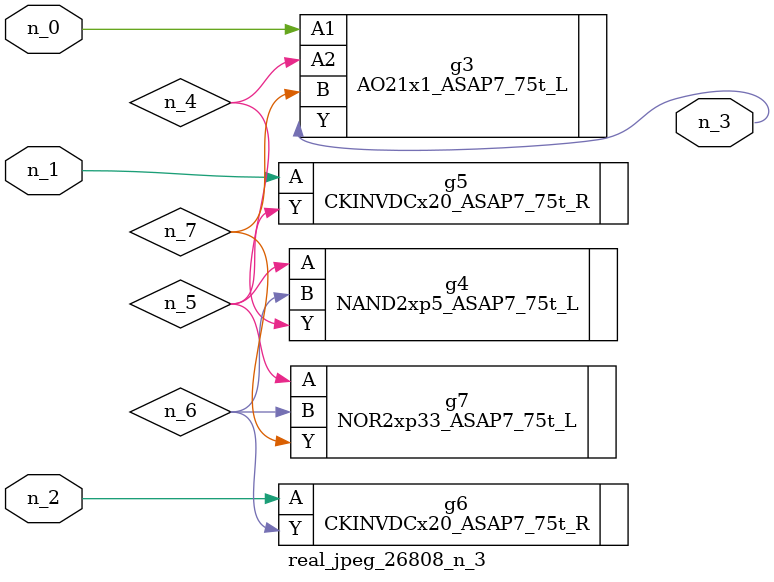
<source format=v>
module real_jpeg_26808_n_3 (n_1, n_0, n_2, n_3);

input n_1;
input n_0;
input n_2;

output n_3;

wire n_5;
wire n_4;
wire n_6;
wire n_7;

AO21x1_ASAP7_75t_L g3 ( 
.A1(n_0),
.A2(n_4),
.B(n_7),
.Y(n_3)
);

CKINVDCx20_ASAP7_75t_R g5 ( 
.A(n_1),
.Y(n_5)
);

CKINVDCx20_ASAP7_75t_R g6 ( 
.A(n_2),
.Y(n_6)
);

NAND2xp5_ASAP7_75t_L g4 ( 
.A(n_5),
.B(n_6),
.Y(n_4)
);

NOR2xp33_ASAP7_75t_L g7 ( 
.A(n_5),
.B(n_6),
.Y(n_7)
);


endmodule
</source>
